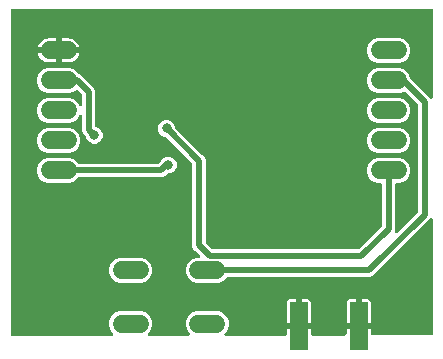
<source format=gbr>
G04 EAGLE Gerber RS-274X export*
G75*
%MOMM*%
%FSLAX34Y34*%
%LPD*%
%INBottom Copper*%
%IPPOS*%
%AMOC8*
5,1,8,0,0,1.08239X$1,22.5*%
G01*
%ADD10C,1.524000*%
%ADD11R,1.524000X4.064000*%
%ADD12C,0.508000*%
%ADD13C,0.806400*%

G36*
X96083Y533211D02*
X96083Y533211D01*
X96220Y533229D01*
X96359Y533242D01*
X96378Y533249D01*
X96399Y533251D01*
X96527Y533302D01*
X96658Y533349D01*
X96675Y533361D01*
X96695Y533369D01*
X96806Y533450D01*
X96921Y533528D01*
X96935Y533543D01*
X96952Y533556D01*
X97040Y533663D01*
X97132Y533766D01*
X97141Y533785D01*
X97154Y533801D01*
X97213Y533926D01*
X97276Y534050D01*
X97281Y534070D01*
X97290Y534089D01*
X97316Y534225D01*
X97346Y534360D01*
X97345Y534381D01*
X97349Y534401D01*
X97341Y534539D01*
X97336Y534678D01*
X97331Y534698D01*
X97329Y534718D01*
X97287Y534850D01*
X97248Y534983D01*
X97237Y535001D01*
X97231Y535021D01*
X97157Y535137D01*
X97086Y535257D01*
X97067Y535279D01*
X97061Y535289D01*
X97046Y535303D01*
X96980Y535378D01*
X95095Y537263D01*
X93471Y541184D01*
X93471Y545428D01*
X95095Y549349D01*
X98097Y552351D01*
X102018Y553975D01*
X121502Y553975D01*
X125423Y552351D01*
X128425Y549349D01*
X130049Y545428D01*
X130049Y541184D01*
X128425Y537263D01*
X126561Y535399D01*
X126476Y535289D01*
X126387Y535182D01*
X126378Y535164D01*
X126366Y535148D01*
X126311Y535020D01*
X126251Y534894D01*
X126248Y534874D01*
X126240Y534856D01*
X126218Y534718D01*
X126192Y534581D01*
X126193Y534562D01*
X126190Y534542D01*
X126203Y534403D01*
X126212Y534264D01*
X126218Y534245D01*
X126220Y534225D01*
X126267Y534094D01*
X126310Y533961D01*
X126321Y533945D01*
X126327Y533926D01*
X126406Y533810D01*
X126480Y533693D01*
X126495Y533679D01*
X126506Y533663D01*
X126611Y533570D01*
X126712Y533475D01*
X126729Y533466D01*
X126744Y533452D01*
X126869Y533389D01*
X126991Y533322D01*
X127010Y533317D01*
X127028Y533308D01*
X127164Y533277D01*
X127299Y533243D01*
X127326Y533241D01*
X127338Y533238D01*
X127358Y533239D01*
X127459Y533232D01*
X161064Y533255D01*
X161201Y533272D01*
X161339Y533285D01*
X161359Y533293D01*
X161379Y533295D01*
X161508Y533346D01*
X161638Y533393D01*
X161656Y533405D01*
X161675Y533412D01*
X161787Y533494D01*
X161902Y533572D01*
X161915Y533587D01*
X161932Y533599D01*
X162021Y533706D01*
X162112Y533810D01*
X162121Y533828D01*
X162135Y533844D01*
X162194Y533970D01*
X162257Y534093D01*
X162261Y534113D01*
X162270Y534132D01*
X162296Y534269D01*
X162326Y534404D01*
X162326Y534424D01*
X162330Y534445D01*
X162321Y534583D01*
X162317Y534722D01*
X162311Y534741D01*
X162310Y534762D01*
X162267Y534894D01*
X162228Y535027D01*
X162218Y535045D01*
X162211Y535065D01*
X162137Y535182D01*
X162067Y535301D01*
X162048Y535323D01*
X162041Y535333D01*
X162026Y535347D01*
X161960Y535422D01*
X160119Y537263D01*
X158495Y541184D01*
X158495Y545428D01*
X160119Y549349D01*
X163121Y552351D01*
X167042Y553975D01*
X186526Y553975D01*
X190447Y552351D01*
X193449Y549349D01*
X195073Y545428D01*
X195073Y541184D01*
X193449Y537263D01*
X191629Y535443D01*
X191543Y535333D01*
X191454Y535225D01*
X191446Y535207D01*
X191434Y535192D01*
X191378Y535064D01*
X191319Y534937D01*
X191315Y534918D01*
X191308Y534900D01*
X191286Y534762D01*
X191260Y534625D01*
X191261Y534605D01*
X191258Y534586D01*
X191271Y534446D01*
X191280Y534308D01*
X191286Y534289D01*
X191287Y534269D01*
X191335Y534137D01*
X191378Y534005D01*
X191388Y533989D01*
X191395Y533970D01*
X191474Y533854D01*
X191548Y533737D01*
X191563Y533723D01*
X191574Y533707D01*
X191678Y533614D01*
X191780Y533519D01*
X191797Y533509D01*
X191812Y533496D01*
X191937Y533433D01*
X192058Y533366D01*
X192078Y533361D01*
X192095Y533352D01*
X192231Y533321D01*
X192366Y533286D01*
X192394Y533285D01*
X192406Y533282D01*
X192426Y533283D01*
X192527Y533276D01*
X242571Y533310D01*
X242689Y533325D01*
X242807Y533332D01*
X242846Y533345D01*
X242886Y533350D01*
X242997Y533394D01*
X243109Y533430D01*
X243144Y533452D01*
X243182Y533467D01*
X243278Y533537D01*
X243378Y533600D01*
X243406Y533630D01*
X243439Y533654D01*
X243515Y533746D01*
X243596Y533832D01*
X243616Y533868D01*
X243642Y533899D01*
X243692Y534007D01*
X243750Y534110D01*
X243760Y534150D01*
X243777Y534187D01*
X243799Y534304D01*
X243829Y534418D01*
X243833Y534479D01*
X243837Y534499D01*
X243835Y534520D01*
X243839Y534579D01*
X243839Y538481D01*
X252730Y538481D01*
X252848Y538496D01*
X252967Y538503D01*
X253005Y538516D01*
X253045Y538521D01*
X253156Y538564D01*
X253269Y538601D01*
X253304Y538623D01*
X253341Y538638D01*
X253437Y538708D01*
X253538Y538771D01*
X253566Y538801D01*
X253598Y538825D01*
X253674Y538916D01*
X253756Y539003D01*
X253775Y539038D01*
X253801Y539069D01*
X253852Y539177D01*
X253909Y539281D01*
X253920Y539321D01*
X253937Y539357D01*
X253959Y539474D01*
X253989Y539589D01*
X253993Y539650D01*
X253997Y539670D01*
X253995Y539690D01*
X253999Y539750D01*
X253999Y541021D01*
X254001Y541021D01*
X254001Y539750D01*
X254016Y539632D01*
X254023Y539513D01*
X254036Y539475D01*
X254041Y539435D01*
X254085Y539324D01*
X254121Y539211D01*
X254143Y539176D01*
X254158Y539139D01*
X254228Y539043D01*
X254291Y538942D01*
X254321Y538914D01*
X254345Y538881D01*
X254436Y538806D01*
X254523Y538724D01*
X254558Y538704D01*
X254590Y538679D01*
X254697Y538628D01*
X254801Y538570D01*
X254841Y538560D01*
X254877Y538543D01*
X254994Y538521D01*
X255109Y538491D01*
X255170Y538487D01*
X255190Y538483D01*
X255210Y538485D01*
X255270Y538481D01*
X264161Y538481D01*
X264161Y534594D01*
X264176Y534476D01*
X264183Y534357D01*
X264196Y534319D01*
X264201Y534279D01*
X264245Y534168D01*
X264281Y534054D01*
X264303Y534020D01*
X264318Y533983D01*
X264388Y533887D01*
X264452Y533786D01*
X264481Y533758D01*
X264504Y533726D01*
X264597Y533650D01*
X264684Y533568D01*
X264719Y533549D01*
X264749Y533523D01*
X264858Y533472D01*
X264962Y533415D01*
X265001Y533405D01*
X265037Y533388D01*
X265154Y533365D01*
X265270Y533335D01*
X265330Y533332D01*
X265349Y533328D01*
X265370Y533329D01*
X265431Y533325D01*
X293371Y533344D01*
X293489Y533359D01*
X293607Y533366D01*
X293646Y533379D01*
X293686Y533384D01*
X293797Y533428D01*
X293909Y533464D01*
X293944Y533486D01*
X293982Y533501D01*
X294078Y533571D01*
X294178Y533635D01*
X294206Y533664D01*
X294239Y533688D01*
X294315Y533780D01*
X294396Y533866D01*
X294416Y533902D01*
X294442Y533933D01*
X294492Y534041D01*
X294550Y534145D01*
X294560Y534184D01*
X294577Y534221D01*
X294599Y534338D01*
X294629Y534453D01*
X294633Y534513D01*
X294637Y534534D01*
X294635Y534554D01*
X294639Y534613D01*
X294639Y538481D01*
X303530Y538481D01*
X303648Y538496D01*
X303767Y538503D01*
X303805Y538516D01*
X303845Y538521D01*
X303956Y538564D01*
X304069Y538601D01*
X304104Y538623D01*
X304141Y538638D01*
X304237Y538708D01*
X304338Y538771D01*
X304366Y538801D01*
X304398Y538825D01*
X304474Y538916D01*
X304556Y539003D01*
X304575Y539038D01*
X304601Y539069D01*
X304652Y539177D01*
X304709Y539281D01*
X304720Y539321D01*
X304737Y539357D01*
X304759Y539474D01*
X304789Y539589D01*
X304793Y539650D01*
X304797Y539670D01*
X304795Y539690D01*
X304799Y539750D01*
X304799Y541021D01*
X304801Y541021D01*
X304801Y539750D01*
X304816Y539632D01*
X304823Y539513D01*
X304836Y539475D01*
X304841Y539435D01*
X304885Y539324D01*
X304921Y539211D01*
X304943Y539176D01*
X304958Y539139D01*
X305028Y539043D01*
X305091Y538942D01*
X305121Y538914D01*
X305145Y538881D01*
X305236Y538806D01*
X305323Y538724D01*
X305358Y538704D01*
X305390Y538679D01*
X305497Y538628D01*
X305601Y538570D01*
X305641Y538560D01*
X305677Y538543D01*
X305794Y538521D01*
X305909Y538491D01*
X305970Y538487D01*
X305990Y538483D01*
X306010Y538485D01*
X306070Y538481D01*
X314961Y538481D01*
X314961Y534629D01*
X314976Y534510D01*
X314983Y534391D01*
X314996Y534353D01*
X315001Y534313D01*
X315045Y534202D01*
X315081Y534088D01*
X315103Y534055D01*
X315118Y534017D01*
X315188Y533921D01*
X315252Y533820D01*
X315281Y533792D01*
X315304Y533760D01*
X315397Y533684D01*
X315484Y533602D01*
X315519Y533583D01*
X315549Y533557D01*
X315658Y533506D01*
X315762Y533449D01*
X315801Y533439D01*
X315837Y533422D01*
X315954Y533399D01*
X316070Y533369D01*
X316130Y533366D01*
X316149Y533362D01*
X316170Y533363D01*
X316231Y533359D01*
X366271Y533393D01*
X366389Y533408D01*
X366507Y533415D01*
X366546Y533428D01*
X366586Y533433D01*
X366697Y533477D01*
X366809Y533513D01*
X366844Y533535D01*
X366882Y533550D01*
X366978Y533620D01*
X367078Y533684D01*
X367106Y533713D01*
X367139Y533737D01*
X367215Y533829D01*
X367296Y533915D01*
X367316Y533951D01*
X367342Y533982D01*
X367392Y534090D01*
X367450Y534194D01*
X367460Y534233D01*
X367477Y534270D01*
X367499Y534387D01*
X367529Y534502D01*
X367533Y534562D01*
X367537Y534583D01*
X367535Y534603D01*
X367539Y534662D01*
X367539Y631653D01*
X367522Y631791D01*
X367509Y631930D01*
X367502Y631949D01*
X367499Y631969D01*
X367448Y632098D01*
X367401Y632229D01*
X367390Y632246D01*
X367382Y632265D01*
X367301Y632377D01*
X367223Y632492D01*
X367207Y632506D01*
X367196Y632522D01*
X367088Y632611D01*
X366984Y632703D01*
X366966Y632712D01*
X366951Y632725D01*
X366825Y632784D01*
X366701Y632847D01*
X366681Y632852D01*
X366663Y632860D01*
X366526Y632886D01*
X366391Y632917D01*
X366370Y632916D01*
X366351Y632920D01*
X366212Y632911D01*
X366073Y632907D01*
X366053Y632902D01*
X366033Y632900D01*
X365901Y632858D01*
X365767Y632819D01*
X365750Y632809D01*
X365731Y632802D01*
X365613Y632728D01*
X365493Y632657D01*
X365472Y632639D01*
X365462Y632632D01*
X365448Y632617D01*
X365373Y632551D01*
X363667Y630846D01*
X316602Y583780D01*
X314548Y582929D01*
X194429Y582929D01*
X194331Y582917D01*
X194232Y582914D01*
X194173Y582897D01*
X194113Y582889D01*
X194021Y582853D01*
X193926Y582825D01*
X193874Y582795D01*
X193818Y582772D01*
X193738Y582714D01*
X193652Y582664D01*
X193577Y582598D01*
X193560Y582586D01*
X193553Y582576D01*
X193531Y582558D01*
X190447Y579473D01*
X186526Y577849D01*
X167042Y577849D01*
X163121Y579473D01*
X160119Y582475D01*
X158495Y586396D01*
X158495Y590640D01*
X160119Y594561D01*
X163121Y597563D01*
X167042Y599187D01*
X169625Y599187D01*
X169763Y599204D01*
X169902Y599217D01*
X169921Y599224D01*
X169941Y599227D01*
X170070Y599278D01*
X170201Y599325D01*
X170218Y599336D01*
X170237Y599344D01*
X170349Y599425D01*
X170464Y599503D01*
X170478Y599519D01*
X170494Y599530D01*
X170583Y599638D01*
X170675Y599742D01*
X170684Y599760D01*
X170697Y599775D01*
X170756Y599901D01*
X170819Y600025D01*
X170824Y600045D01*
X170832Y600063D01*
X170858Y600199D01*
X170889Y600335D01*
X170888Y600356D01*
X170892Y600375D01*
X170883Y600514D01*
X170879Y600653D01*
X170874Y600673D01*
X170872Y600693D01*
X170830Y600825D01*
X170791Y600959D01*
X170781Y600976D01*
X170774Y600995D01*
X170700Y601113D01*
X170629Y601233D01*
X170611Y601254D01*
X170604Y601264D01*
X170589Y601278D01*
X170523Y601353D01*
X166685Y605192D01*
X164934Y606942D01*
X164083Y608996D01*
X164083Y678387D01*
X164071Y678486D01*
X164068Y678585D01*
X164051Y678643D01*
X164043Y678703D01*
X164007Y678795D01*
X163979Y678890D01*
X163949Y678942D01*
X163926Y678999D01*
X163868Y679079D01*
X163818Y679164D01*
X163752Y679239D01*
X163740Y679256D01*
X163730Y679264D01*
X163712Y679285D01*
X141789Y701208D01*
X141711Y701268D01*
X141638Y701336D01*
X141585Y701365D01*
X141538Y701402D01*
X141447Y701442D01*
X141360Y701490D01*
X141301Y701505D01*
X141246Y701529D01*
X141148Y701544D01*
X141052Y701569D01*
X140952Y701575D01*
X140932Y701579D01*
X140919Y701577D01*
X140891Y701579D01*
X140832Y701579D01*
X138229Y702657D01*
X136237Y704649D01*
X135159Y707252D01*
X135159Y710068D01*
X136237Y712671D01*
X138229Y714663D01*
X140832Y715741D01*
X143648Y715741D01*
X146251Y714663D01*
X148243Y712671D01*
X149321Y710068D01*
X149321Y710009D01*
X149333Y709910D01*
X149336Y709811D01*
X149353Y709753D01*
X149361Y709693D01*
X149397Y709601D01*
X149425Y709506D01*
X149455Y709454D01*
X149478Y709397D01*
X149536Y709317D01*
X149586Y709232D01*
X149652Y709157D01*
X149664Y709140D01*
X149674Y709132D01*
X149692Y709111D01*
X172659Y686144D01*
X174410Y684394D01*
X175261Y682340D01*
X175261Y612949D01*
X175273Y612850D01*
X175276Y612751D01*
X175293Y612693D01*
X175301Y612633D01*
X175337Y612541D01*
X175365Y612446D01*
X175395Y612394D01*
X175418Y612337D01*
X175476Y612257D01*
X175526Y612172D01*
X175592Y612097D01*
X175604Y612080D01*
X175614Y612072D01*
X175632Y612051D01*
X181013Y606670D01*
X181091Y606610D01*
X181164Y606542D01*
X181217Y606513D01*
X181264Y606476D01*
X181355Y606436D01*
X181442Y606388D01*
X181501Y606373D01*
X181556Y606349D01*
X181654Y606334D01*
X181750Y606309D01*
X181850Y606303D01*
X181870Y606299D01*
X181883Y606301D01*
X181911Y606299D01*
X304245Y606299D01*
X304344Y606311D01*
X304443Y606314D01*
X304501Y606331D01*
X304561Y606339D01*
X304653Y606375D01*
X304748Y606403D01*
X304800Y606433D01*
X304857Y606456D01*
X304937Y606514D01*
X305022Y606564D01*
X305097Y606630D01*
X305114Y606642D01*
X305122Y606652D01*
X305143Y606670D01*
X324240Y625767D01*
X324300Y625845D01*
X324368Y625918D01*
X324397Y625971D01*
X324434Y626018D01*
X324474Y626109D01*
X324522Y626196D01*
X324537Y626255D01*
X324561Y626310D01*
X324576Y626408D01*
X324601Y626504D01*
X324607Y626604D01*
X324611Y626624D01*
X324609Y626637D01*
X324611Y626665D01*
X324611Y661162D01*
X324596Y661280D01*
X324589Y661399D01*
X324576Y661437D01*
X324571Y661478D01*
X324528Y661588D01*
X324491Y661701D01*
X324469Y661736D01*
X324454Y661773D01*
X324385Y661869D01*
X324321Y661970D01*
X324291Y661998D01*
X324268Y662031D01*
X324176Y662107D01*
X324089Y662188D01*
X324054Y662208D01*
X324023Y662233D01*
X323915Y662284D01*
X323811Y662342D01*
X323771Y662352D01*
X323735Y662369D01*
X323618Y662391D01*
X323503Y662421D01*
X323443Y662425D01*
X323423Y662429D01*
X323402Y662427D01*
X323342Y662431D01*
X320458Y662431D01*
X316537Y664055D01*
X313535Y667057D01*
X311911Y670978D01*
X311911Y675222D01*
X313535Y679143D01*
X316537Y682145D01*
X320458Y683769D01*
X339942Y683769D01*
X343863Y682145D01*
X346865Y679143D01*
X348489Y675222D01*
X348489Y670978D01*
X346865Y667057D01*
X343863Y664055D01*
X339942Y662431D01*
X337058Y662431D01*
X336940Y662416D01*
X336821Y662409D01*
X336783Y662396D01*
X336742Y662391D01*
X336632Y662348D01*
X336519Y662311D01*
X336484Y662289D01*
X336447Y662274D01*
X336351Y662205D01*
X336250Y662141D01*
X336222Y662111D01*
X336189Y662088D01*
X336113Y661996D01*
X336032Y661909D01*
X336012Y661874D01*
X335987Y661843D01*
X335936Y661735D01*
X335878Y661631D01*
X335868Y661591D01*
X335851Y661555D01*
X335829Y661438D01*
X335799Y661323D01*
X335795Y661263D01*
X335791Y661243D01*
X335793Y661222D01*
X335789Y661162D01*
X335789Y622712D01*
X335446Y621885D01*
X335428Y621818D01*
X335400Y621754D01*
X335386Y621665D01*
X335362Y621578D01*
X335361Y621509D01*
X335350Y621440D01*
X335358Y621350D01*
X335357Y621260D01*
X335373Y621192D01*
X335380Y621123D01*
X335410Y621038D01*
X335431Y620951D01*
X335464Y620889D01*
X335487Y620824D01*
X335538Y620749D01*
X335580Y620670D01*
X335627Y620618D01*
X335666Y620561D01*
X335733Y620501D01*
X335794Y620435D01*
X335852Y620396D01*
X335904Y620350D01*
X335984Y620309D01*
X336060Y620260D01*
X336126Y620237D01*
X336188Y620205D01*
X336275Y620186D01*
X336360Y620157D01*
X336430Y620151D01*
X336498Y620136D01*
X336588Y620139D01*
X336677Y620131D01*
X336746Y620143D01*
X336816Y620145D01*
X336902Y620170D01*
X336991Y620186D01*
X337054Y620214D01*
X337121Y620234D01*
X337199Y620279D01*
X337281Y620316D01*
X337335Y620360D01*
X337395Y620395D01*
X337516Y620502D01*
X354720Y637705D01*
X354780Y637783D01*
X354848Y637856D01*
X354877Y637909D01*
X354914Y637956D01*
X354954Y638047D01*
X355002Y638134D01*
X355017Y638193D01*
X355041Y638248D01*
X355056Y638346D01*
X355081Y638442D01*
X355087Y638542D01*
X355091Y638562D01*
X355089Y638575D01*
X355091Y638603D01*
X355091Y728171D01*
X355079Y728270D01*
X355076Y728369D01*
X355059Y728427D01*
X355051Y728487D01*
X355015Y728579D01*
X354987Y728674D01*
X354957Y728726D01*
X354934Y728783D01*
X354876Y728863D01*
X354826Y728948D01*
X354760Y729023D01*
X354748Y729040D01*
X354738Y729048D01*
X354720Y729069D01*
X344229Y739559D01*
X344206Y739577D01*
X344187Y739600D01*
X344081Y739674D01*
X343978Y739754D01*
X343951Y739766D01*
X343927Y739783D01*
X343806Y739829D01*
X343686Y739880D01*
X343657Y739885D01*
X343629Y739895D01*
X343500Y739910D01*
X343372Y739930D01*
X343343Y739927D01*
X343313Y739931D01*
X343185Y739913D01*
X343056Y739900D01*
X343028Y739890D01*
X342998Y739886D01*
X342846Y739834D01*
X339942Y738631D01*
X320458Y738631D01*
X316537Y740255D01*
X313535Y743257D01*
X311911Y747178D01*
X311911Y751422D01*
X313535Y755343D01*
X316537Y758345D01*
X320458Y759969D01*
X339942Y759969D01*
X343863Y758345D01*
X346865Y755343D01*
X348527Y751330D01*
X348529Y751317D01*
X348565Y751225D01*
X348593Y751130D01*
X348623Y751078D01*
X348646Y751021D01*
X348704Y750941D01*
X348754Y750856D01*
X348820Y750781D01*
X348832Y750764D01*
X348842Y750756D01*
X348860Y750735D01*
X365373Y734223D01*
X365482Y734138D01*
X365589Y734049D01*
X365608Y734041D01*
X365624Y734028D01*
X365752Y733973D01*
X365877Y733914D01*
X365897Y733910D01*
X365916Y733902D01*
X366054Y733880D01*
X366190Y733854D01*
X366210Y733855D01*
X366230Y733852D01*
X366369Y733865D01*
X366507Y733874D01*
X366526Y733880D01*
X366546Y733882D01*
X366678Y733929D01*
X366809Y733972D01*
X366827Y733983D01*
X366846Y733989D01*
X366961Y734067D01*
X367078Y734142D01*
X367092Y734157D01*
X367109Y734168D01*
X367201Y734272D01*
X367296Y734373D01*
X367306Y734391D01*
X367319Y734406D01*
X367383Y734530D01*
X367450Y734652D01*
X367455Y734672D01*
X367464Y734690D01*
X367494Y734825D01*
X367529Y734960D01*
X367531Y734988D01*
X367534Y735000D01*
X367533Y735020D01*
X367539Y735121D01*
X367539Y808882D01*
X367524Y809001D01*
X367517Y809120D01*
X367504Y809158D01*
X367499Y809198D01*
X367455Y809309D01*
X367419Y809423D01*
X367397Y809456D01*
X367382Y809494D01*
X367312Y809590D01*
X367248Y809691D01*
X367219Y809718D01*
X367196Y809751D01*
X367103Y809827D01*
X367016Y809909D01*
X366981Y809928D01*
X366951Y809954D01*
X366842Y810005D01*
X366738Y810062D01*
X366699Y810072D01*
X366663Y810089D01*
X366546Y810112D01*
X366430Y810141D01*
X366370Y810145D01*
X366351Y810149D01*
X366330Y810148D01*
X366269Y810152D01*
X11429Y809913D01*
X11311Y809898D01*
X11193Y809891D01*
X11154Y809878D01*
X11114Y809873D01*
X11003Y809829D01*
X10891Y809793D01*
X10856Y809771D01*
X10818Y809756D01*
X10722Y809686D01*
X10622Y809622D01*
X10594Y809593D01*
X10561Y809569D01*
X10485Y809477D01*
X10404Y809391D01*
X10384Y809355D01*
X10358Y809324D01*
X10308Y809216D01*
X10250Y809112D01*
X10240Y809073D01*
X10223Y809036D01*
X10201Y808919D01*
X10171Y808804D01*
X10167Y808744D01*
X10163Y808723D01*
X10165Y808703D01*
X10161Y808644D01*
X10161Y534424D01*
X10176Y534305D01*
X10183Y534186D01*
X10196Y534148D01*
X10201Y534108D01*
X10245Y533997D01*
X10281Y533883D01*
X10303Y533850D01*
X10318Y533812D01*
X10388Y533716D01*
X10452Y533615D01*
X10481Y533588D01*
X10504Y533555D01*
X10597Y533479D01*
X10684Y533397D01*
X10719Y533378D01*
X10749Y533352D01*
X10858Y533301D01*
X10962Y533244D01*
X11001Y533234D01*
X11037Y533217D01*
X11154Y533194D01*
X11270Y533165D01*
X11330Y533161D01*
X11349Y533157D01*
X11370Y533158D01*
X11431Y533154D01*
X96083Y533211D01*
G37*
%LPC*%
G36*
X79618Y695737D02*
X79618Y695737D01*
X77015Y696815D01*
X75023Y698807D01*
X73945Y701410D01*
X73945Y701469D01*
X73933Y701568D01*
X73930Y701667D01*
X73913Y701725D01*
X73905Y701785D01*
X73869Y701877D01*
X73841Y701972D01*
X73811Y702024D01*
X73788Y702081D01*
X73730Y702161D01*
X73680Y702246D01*
X73614Y702321D01*
X73602Y702338D01*
X73592Y702346D01*
X73574Y702367D01*
X73213Y702728D01*
X71462Y704478D01*
X70611Y706532D01*
X70611Y719073D01*
X70603Y719142D01*
X70604Y719212D01*
X70583Y719299D01*
X70571Y719388D01*
X70546Y719453D01*
X70529Y719521D01*
X70487Y719600D01*
X70454Y719684D01*
X70413Y719740D01*
X70381Y719802D01*
X70320Y719868D01*
X70268Y719941D01*
X70214Y719986D01*
X70167Y720037D01*
X70092Y720087D01*
X70023Y720144D01*
X69959Y720174D01*
X69901Y720212D01*
X69816Y720241D01*
X69735Y720280D01*
X69666Y720293D01*
X69600Y720315D01*
X69511Y720322D01*
X69423Y720339D01*
X69353Y720335D01*
X69283Y720341D01*
X69195Y720325D01*
X69105Y720320D01*
X69039Y720298D01*
X68970Y720286D01*
X68888Y720249D01*
X68803Y720222D01*
X68744Y720184D01*
X68680Y720156D01*
X68610Y720099D01*
X68534Y720051D01*
X68486Y720001D01*
X68432Y719957D01*
X68377Y719885D01*
X68316Y719820D01*
X68282Y719759D01*
X68240Y719703D01*
X68169Y719558D01*
X67465Y717857D01*
X64463Y714855D01*
X60542Y713231D01*
X41058Y713231D01*
X37137Y714855D01*
X34135Y717857D01*
X32511Y721778D01*
X32511Y726022D01*
X34135Y729943D01*
X37137Y732945D01*
X41058Y734569D01*
X60542Y734569D01*
X64463Y732945D01*
X67465Y729943D01*
X68169Y728242D01*
X68204Y728181D01*
X68230Y728116D01*
X68282Y728043D01*
X68327Y727965D01*
X68375Y727915D01*
X68416Y727859D01*
X68486Y727801D01*
X68548Y727737D01*
X68608Y727701D01*
X68661Y727656D01*
X68743Y727618D01*
X68819Y727571D01*
X68886Y727550D01*
X68949Y727520D01*
X69037Y727504D01*
X69123Y727477D01*
X69193Y727474D01*
X69262Y727461D01*
X69351Y727466D01*
X69441Y727462D01*
X69509Y727476D01*
X69579Y727480D01*
X69664Y727508D01*
X69752Y727526D01*
X69815Y727557D01*
X69881Y727578D01*
X69957Y727626D01*
X70038Y727666D01*
X70091Y727711D01*
X70150Y727749D01*
X70212Y727814D01*
X70280Y727872D01*
X70320Y727929D01*
X70368Y727980D01*
X70411Y728059D01*
X70463Y728132D01*
X70488Y728198D01*
X70522Y728259D01*
X70544Y728346D01*
X70576Y728430D01*
X70584Y728499D01*
X70601Y728567D01*
X70611Y728727D01*
X70611Y736807D01*
X70599Y736906D01*
X70596Y737005D01*
X70579Y737063D01*
X70571Y737123D01*
X70535Y737215D01*
X70507Y737310D01*
X70477Y737362D01*
X70454Y737419D01*
X70396Y737499D01*
X70346Y737584D01*
X70280Y737659D01*
X70268Y737676D01*
X70258Y737684D01*
X70240Y737705D01*
X66974Y740971D01*
X66884Y741040D01*
X66854Y741068D01*
X66848Y741072D01*
X66790Y741123D01*
X66754Y741141D01*
X66722Y741166D01*
X66613Y741213D01*
X66507Y741267D01*
X66468Y741276D01*
X66430Y741292D01*
X66313Y741311D01*
X66197Y741337D01*
X66156Y741336D01*
X66116Y741342D01*
X65998Y741331D01*
X65879Y741327D01*
X65840Y741316D01*
X65800Y741312D01*
X65688Y741272D01*
X65573Y741239D01*
X65539Y741218D01*
X65500Y741204D01*
X65402Y741138D01*
X65299Y741077D01*
X65254Y741037D01*
X65237Y741026D01*
X65224Y741011D01*
X65179Y740971D01*
X64463Y740255D01*
X60542Y738631D01*
X41058Y738631D01*
X37137Y740255D01*
X34135Y743257D01*
X32511Y747178D01*
X32511Y751422D01*
X34135Y755343D01*
X37137Y758345D01*
X41058Y759969D01*
X60542Y759969D01*
X64463Y758345D01*
X67477Y755331D01*
X67499Y755292D01*
X67540Y755202D01*
X67578Y755154D01*
X67608Y755102D01*
X67677Y755031D01*
X67739Y754953D01*
X67787Y754917D01*
X67829Y754873D01*
X67913Y754822D01*
X67993Y754762D01*
X68083Y754718D01*
X68100Y754707D01*
X68112Y754703D01*
X68137Y754691D01*
X69714Y754038D01*
X71464Y752287D01*
X80938Y742814D01*
X81789Y740760D01*
X81789Y711014D01*
X81792Y710985D01*
X81790Y710956D01*
X81812Y710827D01*
X81829Y710699D01*
X81839Y710671D01*
X81844Y710642D01*
X81898Y710524D01*
X81946Y710403D01*
X81963Y710379D01*
X81975Y710352D01*
X82056Y710251D01*
X82132Y710146D01*
X82155Y710127D01*
X82174Y710104D01*
X82277Y710026D01*
X82377Y709943D01*
X82404Y709930D01*
X82428Y709913D01*
X82572Y709842D01*
X85037Y708821D01*
X87029Y706829D01*
X88107Y704226D01*
X88107Y701410D01*
X87029Y698807D01*
X85037Y696815D01*
X82434Y695737D01*
X79618Y695737D01*
G37*
%LPD*%
%LPC*%
G36*
X41058Y662431D02*
X41058Y662431D01*
X37137Y664055D01*
X34135Y667057D01*
X32511Y670978D01*
X32511Y675222D01*
X34135Y679143D01*
X37137Y682145D01*
X41058Y683769D01*
X60542Y683769D01*
X64463Y682145D01*
X67547Y679060D01*
X67626Y679000D01*
X67698Y678932D01*
X67751Y678903D01*
X67799Y678866D01*
X67890Y678826D01*
X67976Y678778D01*
X68035Y678763D01*
X68090Y678739D01*
X68188Y678724D01*
X68284Y678699D01*
X68384Y678693D01*
X68405Y678689D01*
X68417Y678691D01*
X68445Y678689D01*
X134827Y678689D01*
X134926Y678701D01*
X135025Y678704D01*
X135083Y678721D01*
X135143Y678729D01*
X135235Y678765D01*
X135330Y678793D01*
X135382Y678823D01*
X135439Y678846D01*
X135519Y678904D01*
X135604Y678954D01*
X135679Y679020D01*
X135696Y679032D01*
X135704Y679042D01*
X135725Y679060D01*
X136862Y680197D01*
X136867Y680205D01*
X136875Y680211D01*
X136966Y680331D01*
X137057Y680449D01*
X137060Y680457D01*
X137066Y680465D01*
X137137Y680609D01*
X137634Y681810D01*
X139626Y683802D01*
X142229Y684880D01*
X145045Y684880D01*
X147648Y683802D01*
X149640Y681810D01*
X150718Y679207D01*
X150718Y676391D01*
X149640Y673788D01*
X147648Y671796D01*
X145045Y670718D01*
X143716Y670718D01*
X143617Y670706D01*
X143518Y670703D01*
X143460Y670686D01*
X143400Y670678D01*
X143308Y670642D01*
X143213Y670614D01*
X143161Y670584D01*
X143104Y670561D01*
X143024Y670503D01*
X142939Y670453D01*
X142864Y670387D01*
X142847Y670375D01*
X142839Y670365D01*
X142818Y670347D01*
X140834Y668362D01*
X138780Y667511D01*
X68445Y667511D01*
X68347Y667499D01*
X68248Y667496D01*
X68189Y667479D01*
X68129Y667471D01*
X68037Y667435D01*
X67942Y667407D01*
X67890Y667377D01*
X67834Y667354D01*
X67753Y667296D01*
X67668Y667246D01*
X67593Y667180D01*
X67576Y667168D01*
X67568Y667158D01*
X67547Y667140D01*
X64463Y664055D01*
X60542Y662431D01*
X41058Y662431D01*
G37*
%LPD*%
%LPC*%
G36*
X320458Y764031D02*
X320458Y764031D01*
X316537Y765655D01*
X313535Y768657D01*
X311911Y772578D01*
X311911Y776822D01*
X313535Y780743D01*
X316537Y783745D01*
X320458Y785369D01*
X339942Y785369D01*
X343863Y783745D01*
X346865Y780743D01*
X348489Y776822D01*
X348489Y772578D01*
X346865Y768657D01*
X343863Y765655D01*
X339942Y764031D01*
X320458Y764031D01*
G37*
%LPD*%
%LPC*%
G36*
X320458Y713231D02*
X320458Y713231D01*
X316537Y714855D01*
X313535Y717857D01*
X311911Y721778D01*
X311911Y726022D01*
X313535Y729943D01*
X316537Y732945D01*
X320458Y734569D01*
X339942Y734569D01*
X343863Y732945D01*
X346865Y729943D01*
X348489Y726022D01*
X348489Y721778D01*
X346865Y717857D01*
X343863Y714855D01*
X339942Y713231D01*
X320458Y713231D01*
G37*
%LPD*%
%LPC*%
G36*
X320458Y687831D02*
X320458Y687831D01*
X316537Y689455D01*
X313535Y692457D01*
X311911Y696378D01*
X311911Y700622D01*
X313535Y704543D01*
X316537Y707545D01*
X320458Y709169D01*
X339942Y709169D01*
X343863Y707545D01*
X346865Y704543D01*
X348489Y700622D01*
X348489Y696378D01*
X346865Y692457D01*
X343863Y689455D01*
X339942Y687831D01*
X320458Y687831D01*
G37*
%LPD*%
%LPC*%
G36*
X41058Y687831D02*
X41058Y687831D01*
X37137Y689455D01*
X34135Y692457D01*
X32511Y696378D01*
X32511Y700622D01*
X34135Y704543D01*
X37137Y707545D01*
X41058Y709169D01*
X60542Y709169D01*
X64463Y707545D01*
X67465Y704543D01*
X69089Y700622D01*
X69089Y696378D01*
X67465Y692457D01*
X64463Y689455D01*
X60542Y687831D01*
X41058Y687831D01*
G37*
%LPD*%
%LPC*%
G36*
X102018Y577849D02*
X102018Y577849D01*
X98097Y579473D01*
X95095Y582475D01*
X93471Y586396D01*
X93471Y590640D01*
X95095Y594561D01*
X98097Y597563D01*
X102018Y599187D01*
X121502Y599187D01*
X125423Y597563D01*
X128425Y594561D01*
X130049Y590640D01*
X130049Y586396D01*
X128425Y582475D01*
X125423Y579473D01*
X121502Y577849D01*
X102018Y577849D01*
G37*
%LPD*%
%LPC*%
G36*
X307339Y543559D02*
X307339Y543559D01*
X307339Y563881D01*
X312754Y563881D01*
X313401Y563708D01*
X313980Y563373D01*
X314453Y562900D01*
X314788Y562321D01*
X314961Y561674D01*
X314961Y543559D01*
X307339Y543559D01*
G37*
%LPD*%
%LPC*%
G36*
X256539Y543559D02*
X256539Y543559D01*
X256539Y563881D01*
X261954Y563881D01*
X262601Y563708D01*
X263180Y563373D01*
X263653Y562900D01*
X263988Y562321D01*
X264161Y561674D01*
X264161Y543559D01*
X256539Y543559D01*
G37*
%LPD*%
%LPC*%
G36*
X294639Y543559D02*
X294639Y543559D01*
X294639Y561674D01*
X294812Y562321D01*
X295147Y562900D01*
X295620Y563373D01*
X296199Y563708D01*
X296846Y563881D01*
X302261Y563881D01*
X302261Y543559D01*
X294639Y543559D01*
G37*
%LPD*%
%LPC*%
G36*
X243839Y543559D02*
X243839Y543559D01*
X243839Y561674D01*
X244012Y562321D01*
X244347Y562900D01*
X244820Y563373D01*
X245399Y563708D01*
X246046Y563881D01*
X251461Y563881D01*
X251461Y543559D01*
X243839Y543559D01*
G37*
%LPD*%
%LPC*%
G36*
X53339Y777239D02*
X53339Y777239D01*
X53339Y784861D01*
X59220Y784861D01*
X60799Y784611D01*
X62320Y784116D01*
X63745Y783390D01*
X65039Y782450D01*
X66170Y781319D01*
X67110Y780025D01*
X67836Y778600D01*
X68279Y777239D01*
X53339Y777239D01*
G37*
%LPD*%
%LPC*%
G36*
X33321Y777239D02*
X33321Y777239D01*
X33764Y778600D01*
X34490Y780025D01*
X35430Y781319D01*
X36561Y782450D01*
X37855Y783390D01*
X39280Y784116D01*
X40801Y784611D01*
X42380Y784861D01*
X48261Y784861D01*
X48261Y777239D01*
X33321Y777239D01*
G37*
%LPD*%
%LPC*%
G36*
X53339Y764539D02*
X53339Y764539D01*
X53339Y772161D01*
X68279Y772161D01*
X67836Y770800D01*
X67110Y769375D01*
X66170Y768081D01*
X65039Y766950D01*
X63745Y766010D01*
X62320Y765284D01*
X60799Y764789D01*
X59220Y764539D01*
X53339Y764539D01*
G37*
%LPD*%
%LPC*%
G36*
X42380Y764539D02*
X42380Y764539D01*
X40801Y764789D01*
X39280Y765284D01*
X37855Y766010D01*
X37244Y766453D01*
X36561Y766950D01*
X35430Y768081D01*
X34490Y769375D01*
X33764Y770800D01*
X33321Y772161D01*
X48261Y772161D01*
X48261Y764539D01*
X42380Y764539D01*
G37*
%LPD*%
%LPC*%
G36*
X50799Y774699D02*
X50799Y774699D01*
X50799Y774701D01*
X50801Y774701D01*
X50801Y774699D01*
X50799Y774699D01*
G37*
%LPD*%
D10*
X322580Y774700D02*
X337820Y774700D01*
X337820Y749300D02*
X322580Y749300D01*
X322580Y723900D02*
X337820Y723900D01*
X337820Y698500D02*
X322580Y698500D01*
X322580Y673100D02*
X337820Y673100D01*
X58420Y673100D02*
X43180Y673100D01*
X43180Y698500D02*
X58420Y698500D01*
X58420Y723900D02*
X43180Y723900D01*
X43180Y749300D02*
X58420Y749300D01*
X58420Y774700D02*
X43180Y774700D01*
X104140Y588518D02*
X119380Y588518D01*
X119380Y543306D02*
X104140Y543306D01*
X169164Y588518D02*
X184404Y588518D01*
X184404Y543306D02*
X169164Y543306D01*
D11*
X254000Y541020D03*
X304800Y541020D03*
D12*
X137668Y673100D02*
X50800Y673100D01*
X137668Y673100D02*
X143002Y678434D01*
X143637Y677799D01*
D13*
X143637Y677799D03*
X81026Y702818D03*
D12*
X76200Y707644D01*
X76200Y739648D01*
X66548Y749300D01*
X50800Y749300D01*
X330200Y673100D02*
X330200Y623824D01*
X307086Y600710D01*
X179070Y600710D01*
X169672Y681228D02*
X142240Y708660D01*
D13*
X142240Y708660D03*
D12*
X169672Y610108D02*
X179070Y600710D01*
X169672Y610108D02*
X169672Y681228D01*
X176784Y588518D02*
X313436Y588518D01*
X360680Y635762D01*
X360680Y731012D01*
X342392Y749300D02*
X330200Y749300D01*
X342392Y749300D02*
X360680Y731012D01*
M02*

</source>
